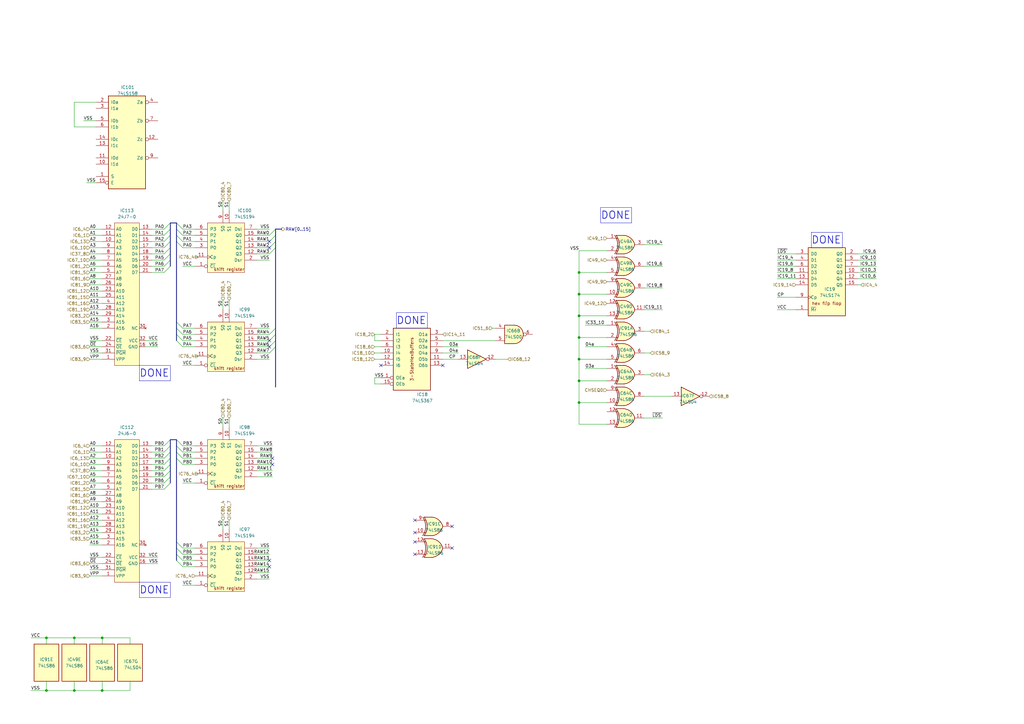
<source format=kicad_sch>
(kicad_sch (version 20231120) (generator "eeschema") (generator_version "8.0")
  (paper "A3")
  (title_block (company "JOTEGO"))
  (lib_symbols
    (symbol "jt74:74LS00" (pin_names (offset 1.016))
      (property "Reference" "U" (at 0 1.27 0))
      (property "Value" "74LS00" (at 0 -1.27 0))
      (symbol "74LS00_1_1"
        (pin input line (at -7.62 2.54 0) (length 3.81) (name "~") (number "1"))
        (pin input line (at -7.62 -2.54 0) (length 3.81) (name "~") (number "2"))
        (pin output inverted (at 7.62 0 180) (length 3.81) (name "~") (number "3"))
      )
      (symbol "74LS00_1_2"
        (pin input inverted (at -7.62 2.54 0) (length 4.318) (name "~") (number "1"))
        (pin input inverted (at -7.62 -2.54 0) (length 4.318) (name "~") (number "2"))
        (pin output line (at 7.62 0 180) (length 3.81) (name "~") (number "3"))
      )
      (symbol "74LS00_2_1"
        (pin input line (at -7.62 2.54 0) (length 3.81) (name "~") (number "4"))
        (pin input line (at -7.62 -2.54 0) (length 3.81) (name "~") (number "5"))
        (pin output inverted (at 7.62 0 180) (length 3.81) (name "~") (number "6"))
      )
      (symbol "74LS00_2_2"
        (pin input inverted (at -7.62 2.54 0) (length 4.318) (name "~") (number "4"))
        (pin input inverted (at -7.62 -2.54 0) (length 4.318) (name "~") (number "5"))
        (pin output line (at 7.62 0 180) (length 3.81) (name "~") (number "6"))
      )
      (symbol "74LS00_3_1"
        (pin input line (at -7.62 -2.54 0) (length 3.81) (name "~") (number "10"))
        (pin output inverted (at 7.62 0 180) (length 3.81) (name "~") (number "8"))
        (pin input line (at -7.62 2.54 0) (length 3.81) (name "~") (number "9"))
      )
      (symbol "74LS00_3_2"
        (pin input inverted (at -7.62 -2.54 0) (length 4.318) (name "~") (number "10"))
        (pin output line (at 7.62 0 180) (length 3.81) (name "~") (number "8"))
        (pin input inverted (at -7.62 2.54 0) (length 4.318) (name "~") (number "9"))
      )
      (symbol "74LS00_4_1"
        (pin output inverted (at 7.62 0 180) (length 3.81) (name "~") (number "11"))
        (pin input line (at -7.62 2.54 0) (length 3.81) (name "~") (number "12"))
        (pin input line (at -7.62 -2.54 0) (length 3.81) (name "~") (number "13"))
      )
      (symbol "74LS00_4_2"
        (pin output line (at 7.62 0 180) (length 3.81) (name "~") (number "11"))
        (pin input inverted (at -7.62 2.54 0) (length 4.318) (name "~") (number "12"))
        (pin input inverted (at -7.62 -2.54 0) (length 4.318) (name "~") (number "13"))
      )
      (symbol "74LS00_5_0"
        (pin power_in line (at 0 7.62 270) (length 5.08) hide (name "VCC") (number "14"))
        (pin power_in line (at 0 -7.62 90) (length 5.08) hide (name "VSS") (number "7"))
      )
    )
    (symbol "jt74:74LS04" (pin_names (offset 1.016))
      (property "Reference" "U" (at 0 1.27 0))
      (property "Value" "74LS04" (at 0 -1.27 0))
      (symbol "74LS04_1_0"
        (pin input line (at -7.62 0 0) (length 3.81) (name "~") (number "1"))
        (pin output inverted (at 7.62 0 180) (length 3.81) (name "~") (number "2"))
      )
      (symbol "74LS04_2_0"
        (pin input line (at -7.62 0 0) (length 3.81) (name "~") (number "3"))
        (pin output inverted (at 7.62 0 180) (length 3.81) (name "~") (number "4"))
      )
      (symbol "74LS04_3_0"
        (pin input line (at -7.62 0 0) (length 3.81) (name "~") (number "5"))
        (pin output inverted (at 7.62 0 180) (length 3.81) (name "~") (number "6"))
      )
      (symbol "74LS04_4_0"
        (pin output inverted (at 7.62 0 180) (length 3.81) (name "~") (number "8"))
        (pin input line (at -7.62 0 0) (length 3.81) (name "~") (number "9"))
      )
      (symbol "74LS04_5_0"
        (pin output inverted (at 7.62 0 180) (length 3.81) (name "~") (number "10"))
        (pin input line (at -7.62 0 0) (length 3.81) (name "~") (number "11"))
      )
      (symbol "74LS04_6_0"
        (pin output inverted (at 7.62 0 180) (length 3.81) (name "~") (number "12"))
        (pin input line (at -7.62 0 0) (length 3.81) (name "~") (number "13"))
      )
      (symbol "74LS04_7_0"
        (pin power_in line (at 0 7.62 270) (length 5.08) hide (name "VCC") (number "14"))
        (pin power_in line (at 0 -7.62 90) (length 5.08) hide (name "VSS") (number "7"))
      )
    )
    (symbol "jt74:74LS158" (pin_names (offset 1.016))
      (property "Reference" "U" (at -7.62 19.05 0))
      (property "Value" "74LS158" (at -7.62 -21.59 0))
      (symbol "74LS158_1_0"
        (pin input line (at -12.7 -15.24 0) (length 5.08) (name "S") (number "1"))
        (pin input line (at -12.7 -10.16 0) (length 5.08) (name "I1d") (number "10"))
        (pin input line (at -12.7 -7.62 0) (length 5.08) (name "I0d") (number "11"))
        (pin output inverted (at 12.7 0 180) (length 5.08) (name "Zc") (number "12"))
        (pin input line (at -12.7 -2.54 0) (length 5.08) (name "I1c") (number "13"))
        (pin input line (at -12.7 0 0) (length 5.08) (name "I0c") (number "14"))
        (pin input inverted (at -12.7 -17.78 0) (length 5.08) (name "E") (number "15"))
        (pin input line (at 0 22.86 270) (length 5.08) hide (name "VCC") (number "16"))
        (pin input line (at -12.7 15.24 0) (length 5.08) (name "I0a") (number "2"))
        (pin input line (at -12.7 12.7 0) (length 5.08) (name "I1a") (number "3"))
        (pin output inverted (at 12.7 15.24 180) (length 5.08) (name "Za") (number "4"))
        (pin input line (at -12.7 7.62 0) (length 5.08) (name "I0b") (number "5"))
        (pin input line (at -12.7 5.08 0) (length 5.08) (name "I1b") (number "6"))
        (pin output inverted (at 12.7 7.62 180) (length 5.08) (name "Zb") (number "7"))
        (pin input line (at 0 -25.4 90) (length 5.08) hide (name "GND") (number "8"))
        (pin output inverted (at 12.7 -7.62 180) (length 5.08) (name "Zd") (number "9"))
      )
    )
    (symbol "jt74:74LS174" (pin_names (offset 1.016))
      (property "Reference" "U" (at 5.08 -12.7 0))
      (property "Value" "74LS174" (at 0 -5.08 0))
      (symbol "74LS174_0_0"
        (text "hex flip flop" (at 0 -10.16 0) (effects (font (size 1.27 1.27))))
      )
      (symbol "74LS174_1_0"
        (pin input line (at -12.7 -12.7 0) (length 5.08) (name "~{Mr}") (number "1"))
        (pin output line (at 12.7 2.54 180) (length 5.08) (name "Q3") (number "10"))
        (pin input line (at -12.7 2.54 0) (length 5.08) (name "D3") (number "11"))
        (pin output line (at 12.7 0 180) (length 5.08) (name "Q4") (number "12"))
        (pin input line (at -12.7 0 0) (length 5.08) (name "D4") (number "13"))
        (pin input line (at -12.7 -2.54 0) (length 5.08) (name "D5") (number "14"))
        (pin output line (at 12.7 -2.54 180) (length 5.08) (name "Q5") (number "15"))
        (pin output line (at 12.7 10.16 180) (length 5.08) (name "Q0") (number "2"))
        (pin input line (at -12.7 10.16 0) (length 5.08) (name "D0") (number "3"))
        (pin input line (at -12.7 7.62 0) (length 5.08) (name "D1") (number "4"))
        (pin output line (at 12.7 7.62 180) (length 5.08) (name "Q1") (number "5"))
        (pin input line (at -12.7 5.08 0) (length 5.08) (name "D2") (number "6"))
        (pin output line (at 12.7 5.08 180) (length 5.08) (name "Q2") (number "7"))
        (pin input clock (at -12.7 -7.62 0) (length 5.08) (name "Cp") (number "9"))
      )
      (symbol "74LS174_1_1"
        (pin power_in line (at 0 12.7 270) (length 5.08) hide (name "VCC") (number "16"))
        (pin power_in line (at 0 -15.24 90) (length 5.08) hide (name "VSS") (number "8"))
      )
    )
    (symbol "jt74:74LS194" (pin_names (offset 1.016))
      (property "Reference" "U" (at 0 -2.54 0))
      (property "Value" "74LS194" (at 0 -13.97 0))
      (symbol "74LS194_0_0"
        (text "shift register" (at 1.27 -11.43 0) (effects (font (size 1.27 1.27))))
      )
      (symbol "74LS194_1_0"
        (pin input inverted (at -12.7 -10.16 0) (length 5.08) (name "~{CL}") (number "1"))
        (pin input line (at 1.27 12.7 270) (length 5.08) (name "S1") (number "10"))
        (pin input clock (at -12.7 -6.35 0) (length 5.08) (name "Cp") (number "11"))
        (pin output line (at 12.7 -5.08 180) (length 5.08) (name "Q3") (number "12"))
        (pin output line (at 12.7 -2.54 180) (length 5.08) (name "Q2") (number "13"))
        (pin output line (at 12.7 0 180) (length 5.08) (name "Q1") (number "14"))
        (pin output line (at 12.7 2.54 180) (length 5.08) (name "Q0") (number "15"))
        (pin input line (at 12.7 -7.62 180) (length 5.08) (name "Dsr") (number "2"))
        (pin input line (at -12.7 -2.54 0) (length 5.08) (name "P0") (number "3"))
        (pin input line (at -12.7 0 0) (length 5.08) (name "P1") (number "4"))
        (pin input line (at -12.7 2.54 0) (length 5.08) (name "P2") (number "5"))
        (pin input line (at -12.7 5.08 0) (length 5.08) (name "P3") (number "6"))
        (pin input line (at 12.7 5.08 180) (length 5.08) (name "Dsl") (number "7"))
        (pin input line (at -1.27 12.7 270) (length 5.08) (name "S0") (number "9"))
      )
    )
    (symbol "jt74:74LS367" (pin_names (offset 1.016))
      (property "Reference" "U" (at -7.62 13.97 0))
      (property "Value" "74LS367" (at -7.62 -13.97 0))
      (symbol "74LS367_0_0"
        (text "3-StateHexBuffers" (at 0 0 900) (effects (font (size 1.27 1.27))))
      )
      (symbol "74LS367_1_0"
        (pin input inverted (at -12.7 -7.62 0) (length 5.08) (name "OEa") (number "1"))
        (pin input line (at -12.7 2.54 0) (length 5.08) (name "I4") (number "10"))
        (pin tri_state line (at 12.7 0 180) (length 5.08) (name "O5b") (number "11"))
        (pin input line (at -12.7 0 0) (length 5.08) (name "I5") (number "12"))
        (pin tri_state line (at 12.7 -2.54 180) (length 5.08) (name "O6b") (number "13"))
        (pin input line (at -12.7 -2.54 0) (length 5.08) (name "I6") (number "14"))
        (pin input inverted (at -12.7 -10.16 0) (length 5.08) (name "OEb") (number "15"))
        (pin input line (at -12.7 10.16 0) (length 5.08) (name "I1") (number "2"))
        (pin tri_state line (at 12.7 10.16 180) (length 5.08) (name "O1a") (number "3"))
        (pin input line (at -12.7 7.62 0) (length 5.08) (name "I2") (number "4"))
        (pin tri_state line (at 12.7 7.62 180) (length 5.08) (name "O2a") (number "5"))
        (pin input line (at -12.7 5.08 0) (length 5.08) (name "I3") (number "6"))
        (pin tri_state line (at 12.7 5.08 180) (length 5.08) (name "O3a") (number "7"))
        (pin tri_state line (at 12.7 2.54 180) (length 5.08) (name "O4a") (number "9"))
      )
      (symbol "74LS367_1_1"
        (pin power_in line (at 0 12.7 270) (length 2.54) hide (name "VCC") (number "16"))
        (pin power_in line (at 0 -12.7 90) (length 2.54) hide (name "VSS") (number "8"))
      )
    )
    (symbol "jt74:74LS86" (pin_names (offset 1.016))
      (property "Reference" "U" (at 0 1.27 0))
      (property "Value" "74LS86" (at 0 -1.27 0))
      (symbol "74LS86_1_0"
        (pin input line (at -7.62 2.54 0) (length 4.445) (name "~") (number "1"))
        (pin input line (at -7.62 -2.54 0) (length 4.445) (name "~") (number "2"))
        (pin output line (at 7.62 0 180) (length 3.81) (name "~") (number "3"))
      )
      (symbol "74LS86_2_0"
        (pin input line (at -7.62 2.54 0) (length 4.445) (name "~") (number "4"))
        (pin input line (at -7.62 -2.54 0) (length 4.445) (name "~") (number "5"))
        (pin output line (at 7.62 0 180) (length 3.81) (name "~") (number "6"))
      )
      (symbol "74LS86_3_0"
        (pin input line (at -7.62 -2.54 0) (length 4.445) (name "~") (number "10"))
        (pin output line (at 7.62 0 180) (length 3.81) (name "~") (number "8"))
        (pin input line (at -7.62 2.54 0) (length 4.445) (name "~") (number "9"))
      )
      (symbol "74LS86_4_0"
        (pin output line (at 7.62 0 180) (length 3.81) (name "~") (number "11"))
        (pin input line (at -7.62 2.54 0) (length 4.445) (name "~") (number "12"))
        (pin input line (at -7.62 -2.54 0) (length 4.445) (name "~") (number "13"))
      )
      (symbol "74LS86_5_0"
        (pin power_in line (at 0 7.62 270) (length 5.08) hide (name "VCC") (number "14"))
        (pin power_in line (at 0 -7.62 90) (length 5.08) hide (name "VSS") (number "7"))
      )
    )
    (symbol "jt_rom:27C1000"
      (property "Reference" "U" (at 0 33.02 0))
      (property "Value" "27C1000" (at 0 30.48 0))
      (symbol "27C1000_1_0"
        (pin no_connect line (at 7.62 -13.97 180) (length 2.54) (name "NC") (number "30"))
      )
      (symbol "27C1000_1_1"
        (pin input line (at -10.16 -26.67 0) (length 5.08) (name "VPP") (number "1"))
        (pin input line (at -10.16 21.59 0) (length 5.08) (name "A2") (number "10"))
        (pin input line (at -10.16 24.13 0) (length 5.08) (name "A1") (number "11"))
        (pin input line (at -10.16 26.67 0) (length 5.08) (name "A0") (number "12"))
        (pin tri_state line (at 10.16 26.67 180) (length 5.08) (name "D0") (number "13"))
        (pin tri_state line (at 10.16 24.13 180) (length 5.08) (name "D1") (number "14"))
        (pin tri_state line (at 10.16 21.59 180) (length 5.08) (name "D2") (number "15"))
        (pin power_in line (at 7.62 -21.59 180) (length 2.54) (name "GND") (number "16"))
        (pin tri_state line (at 10.16 19.05 180) (length 5.08) (name "D3") (number "17"))
        (pin tri_state line (at 10.16 16.51 180) (length 5.08) (name "D4") (number "18"))
        (pin tri_state line (at 10.16 13.97 180) (length 5.08) (name "D5") (number "19"))
        (pin input line (at -10.16 -13.97 0) (length 5.08) (name "A16") (number "2"))
        (pin tri_state line (at 10.16 11.43 180) (length 5.08) (name "D6") (number "20"))
        (pin tri_state line (at 10.16 8.89 180) (length 5.08) (name "D7") (number "21"))
        (pin input line (at -10.16 -19.05 0) (length 5.08) (name "~{CE}") (number "22"))
        (pin input line (at -10.16 1.27 0) (length 5.08) (name "A10") (number "23"))
        (pin input line (at -10.16 -21.59 0) (length 5.08) (name "~{OE}") (number "24"))
        (pin input line (at -10.16 -1.27 0) (length 5.08) (name "A11") (number "25"))
        (pin input line (at -10.16 3.81 0) (length 5.08) (name "A9") (number "26"))
        (pin input line (at -10.16 6.35 0) (length 5.08) (name "A8") (number "27"))
        (pin input line (at -10.16 -6.35 0) (length 5.08) (name "A13") (number "28"))
        (pin input line (at -10.16 -8.89 0) (length 5.08) (name "A14") (number "29"))
        (pin input line (at -10.16 -11.43 0) (length 5.08) (name "A15") (number "3"))
        (pin input line (at -10.16 -24.13 0) (length 5.08) (name "~{PGM}") (number "31"))
        (pin power_in line (at 7.62 -19.05 180) (length 2.54) (name "VCC") (number "32"))
        (pin input line (at -10.16 -3.81 0) (length 5.08) (name "A12") (number "4"))
        (pin input line (at -10.16 8.89 0) (length 5.08) (name "A7") (number "5"))
        (pin input line (at -10.16 11.43 0) (length 5.08) (name "A6") (number "6"))
        (pin input line (at -10.16 13.97 0) (length 5.08) (name "A5") (number "7"))
        (pin input line (at -10.16 16.51 0) (length 5.08) (name "A4") (number "8"))
        (pin input line (at -10.16 19.05 0) (length 5.08) (name "A3") (number "9"))
      )
    )
  )
  (junction (at 30.48 261.62))
  (junction (at 19.05 261.62))
  (junction (at 237.49 147.32))
  (junction (at 237.49 129.54))
  (junction (at 41.91 283.21))
  (junction (at 237.49 165.1))
  (junction (at 19.05 283.21))
  (junction (at 237.49 111.76))
  (junction (at 41.91 261.62))
  (junction (at 237.49 156.21))
  (junction (at 237.49 138.43))
  (junction (at 237.49 120.65))
  (junction (at 30.48 283.21))
  (no_connect (at 110.49 232.41))
  (no_connect (at 110.49 229.87))
  (no_connect (at 110.49 139.7))
  (no_connect (at 111.76 190.5))
  (no_connect (at 170.18 227.33))
  (no_connect (at 185.42 215.9))
  (no_connect (at 110.49 142.24))
  (no_connect (at 181.61 149.86))
  (no_connect (at 170.18 213.36))
  (no_connect (at 185.42 224.79))
  (no_connect (at 156.21 149.86))
  (no_connect (at 110.49 99.06))
  (no_connect (at 110.49 101.6))
  (no_connect (at 111.76 187.96))
  (no_connect (at 170.18 218.44))
  (no_connect (at 170.18 222.25))
  (bus_entry (at 67.31 109.22) (size 2.54 -2.54))
  (bus_entry (at 67.31 93.98) (size 2.54 -2.54))
  (bus_entry (at 72.39 187.96) (size 2.54 2.54))
  (bus_entry (at 110.49 142.24) (size 2.54 -2.54))
  (bus_entry (at 67.31 182.88) (size 2.54 -2.54))
  (bus_entry (at 72.39 137.16) (size 2.54 2.54))
  (bus_entry (at 110.49 101.6) (size 2.54 -2.54))
  (bus_entry (at 110.49 96.52) (size 2.54 -2.54))
  (bus_entry (at 67.31 198.12) (size 2.54 -2.54))
  (bus_entry (at 72.39 222.25) (size 2.54 2.54))
  (bus_entry (at 72.39 182.88) (size 2.54 2.54))
  (bus_entry (at 72.39 224.79) (size 2.54 2.54))
  (bus_entry (at 72.39 91.44) (size 2.54 2.54))
  (bus_entry (at 110.49 137.16) (size 2.54 -2.54))
  (bus_entry (at 72.39 132.08) (size 2.54 2.54))
  (bus_entry (at 67.31 187.96) (size 2.54 -2.54))
  (bus_entry (at 67.31 193.04) (size 2.54 -2.54))
  (bus_entry (at 110.49 99.06) (size 2.54 -2.54))
  (bus_entry (at 67.31 200.66) (size 2.54 -2.54))
  (bus_entry (at 72.39 134.62) (size 2.54 2.54))
  (bus_entry (at 72.39 185.42) (size 2.54 2.54))
  (bus_entry (at 67.31 101.6) (size 2.54 -2.54))
  (bus_entry (at 110.49 104.14) (size 2.54 -2.54))
  (bus_entry (at 67.31 99.06) (size 2.54 -2.54))
  (bus_entry (at 72.39 229.87) (size 2.54 2.54))
  (bus_entry (at 72.39 93.98) (size 2.54 2.54))
  (bus_entry (at 67.31 185.42) (size 2.54 -2.54))
  (bus_entry (at 72.39 180.34) (size 2.54 2.54))
  (bus_entry (at 110.49 144.78) (size 2.54 -2.54))
  (bus_entry (at 110.49 139.7) (size 2.54 -2.54))
  (bus_entry (at 72.39 139.7) (size 2.54 2.54))
  (bus_entry (at 67.31 104.14) (size 2.54 -2.54))
  (bus_entry (at 67.31 106.68) (size 2.54 -2.54))
  (bus_entry (at 67.31 111.76) (size 2.54 -2.54))
  (bus_entry (at 72.39 96.52) (size 2.54 2.54))
  (bus_entry (at 67.31 195.58) (size 2.54 -2.54))
  (bus_entry (at 67.31 190.5) (size 2.54 -2.54))
  (bus_entry (at 72.39 99.06) (size 2.54 2.54))
  (bus_entry (at 72.39 227.33) (size 2.54 2.54))
  (bus_entry (at 67.31 96.52) (size 2.54 -2.54))
  (wire (pts (xy 41.91 264.16) (xy 41.91 261.62)))
  (bus (pts (xy 69.85 182.88) (xy 69.85 185.42)))
  (wire (pts (xy 67.31 96.52) (xy 62.23 96.52)))
  (wire (pts (xy 359.41 114.3) (xy 351.79 114.3)))
  (wire (pts (xy 318.77 114.3) (xy 326.39 114.3)))
  (wire (pts (xy 36.83 119.38) (xy 41.91 119.38)))
  (wire (pts (xy 237.49 102.87) (xy 248.92 102.87)))
  (wire (pts (xy 248.92 165.1) (xy 237.49 165.1)))
  (wire (pts (xy 53.34 261.62) (xy 41.91 261.62)))
  (wire (pts (xy 36.83 231.14) (xy 41.91 231.14)))
  (bus (pts (xy 69.85 101.6) (xy 69.85 104.14)))
  (wire (pts (xy 318.77 111.76) (xy 326.39 111.76)))
  (wire (pts (xy 237.49 120.65) (xy 237.49 129.54)))
  (wire (pts (xy 81.28 194.31) (xy 80.01 194.31)))
  (wire (pts (xy 67.31 195.58) (xy 62.23 195.58)))
  (wire (pts (xy 74.93 137.16) (xy 80.01 137.16)))
  (wire (pts (xy 74.93 142.24) (xy 80.01 142.24)))
  (wire (pts (xy 110.49 104.14) (xy 105.41 104.14)))
  (bus (pts (xy 69.85 99.06) (xy 69.85 101.6)))
  (wire (pts (xy 74.93 229.87) (xy 80.01 229.87)))
  (wire (pts (xy 237.49 111.76) (xy 237.49 120.65)))
  (wire (pts (xy 36.83 111.76) (xy 41.91 111.76)))
  (wire (pts (xy 19.05 264.16) (xy 19.05 261.62)))
  (bus (pts (xy 72.39 134.62) (xy 72.39 132.08)))
  (wire (pts (xy 105.41 190.5) (xy 111.76 190.5)))
  (wire (pts (xy 74.93 185.42) (xy 80.01 185.42)))
  (bus (pts (xy 69.85 180.34) (xy 69.85 182.88)))
  (wire (pts (xy 36.83 215.9) (xy 41.91 215.9)))
  (wire (pts (xy 93.98 213.36) (xy 93.98 217.17)))
  (wire (pts (xy 110.49 234.95) (xy 105.41 234.95)))
  (wire (pts (xy 67.31 200.66) (xy 62.23 200.66)))
  (wire (pts (xy 359.41 106.68) (xy 351.79 106.68)))
  (wire (pts (xy 36.83 182.88) (xy 41.91 182.88)))
  (wire (pts (xy 110.49 224.79) (xy 105.41 224.79)))
  (wire (pts (xy 36.83 203.2) (xy 41.91 203.2)))
  (wire (pts (xy 318.77 109.22) (xy 326.39 109.22)))
  (bus (pts (xy 113.03 101.6) (xy 113.03 99.06)))
  (wire (pts (xy 248.92 173.99) (xy 237.49 173.99)))
  (wire (pts (xy 36.83 213.36) (xy 41.91 213.36)))
  (wire (pts (xy 74.93 240.03) (xy 80.01 240.03)))
  (wire (pts (xy 36.83 185.42) (xy 41.91 185.42)))
  (wire (pts (xy 74.93 227.33) (xy 80.01 227.33)))
  (wire (pts (xy 237.49 165.1) (xy 237.49 156.21)))
  (wire (pts (xy 36.83 233.68) (xy 41.91 233.68)))
  (wire (pts (xy 36.83 109.22) (xy 41.91 109.22)))
  (wire (pts (xy 81.28 105.41) (xy 80.01 105.41)))
  (wire (pts (xy 93.98 82.55) (xy 93.98 86.36)))
  (wire (pts (xy 30.48 264.16) (xy 30.48 261.62)))
  (wire (pts (xy 110.49 227.33) (xy 105.41 227.33)))
  (wire (pts (xy 318.77 121.92) (xy 326.39 121.92)))
  (wire (pts (xy 271.78 118.11) (xy 264.16 118.11)))
  (wire (pts (xy 248.92 147.32) (xy 237.49 147.32)))
  (wire (pts (xy 36.83 144.78) (xy 41.91 144.78)))
  (wire (pts (xy 30.48 52.07) (xy 39.37 52.07)))
  (wire (pts (xy 91.44 171.45) (xy 91.44 175.26)))
  (wire (pts (xy 248.92 129.54) (xy 237.49 129.54)))
  (bus (pts (xy 72.39 182.88) (xy 72.39 180.34)))
  (wire (pts (xy 36.83 193.04) (xy 41.91 193.04)))
  (wire (pts (xy 105.41 185.42) (xy 111.76 185.42)))
  (wire (pts (xy 91.44 82.55) (xy 91.44 86.36)))
  (wire (pts (xy 36.83 190.5) (xy 41.91 190.5)))
  (bus (pts (xy 72.39 187.96) (xy 72.39 222.25)))
  (wire (pts (xy 110.49 139.7) (xy 105.41 139.7)))
  (bus (pts (xy 72.39 99.06) (xy 72.39 96.52)))
  (bus (pts (xy 113.03 99.06) (xy 113.03 96.52)))
  (wire (pts (xy 30.48 283.21) (xy 19.05 283.21)))
  (wire (pts (xy 266.7 153.67) (xy 264.16 153.67)))
  (wire (pts (xy 264.16 171.45) (xy 271.78 171.45)))
  (wire (pts (xy 153.67 137.16) (xy 156.21 137.16)))
  (wire (pts (xy 53.34 283.21) (xy 41.91 283.21)))
  (bus (pts (xy 72.39 132.08) (xy 72.39 99.06)))
  (wire (pts (xy 110.49 142.24) (xy 105.41 142.24)))
  (wire (pts (xy 153.67 157.48) (xy 153.67 154.94)))
  (wire (pts (xy 36.83 200.66) (xy 41.91 200.66)))
  (wire (pts (xy 74.93 134.62) (xy 80.01 134.62)))
  (bus (pts (xy 69.85 93.98) (xy 69.85 96.52)))
  (wire (pts (xy 110.49 144.78) (xy 105.41 144.78)))
  (bus (pts (xy 72.39 137.16) (xy 72.39 134.62)))
  (wire (pts (xy 359.41 111.76) (xy 351.79 111.76)))
  (wire (pts (xy 30.48 283.21) (xy 41.91 283.21)))
  (wire (pts (xy 110.49 99.06) (xy 105.41 99.06)))
  (wire (pts (xy 93.98 171.45) (xy 93.98 175.26)))
  (bus (pts (xy 72.39 180.34) (xy 69.85 180.34)))
  (wire (pts (xy 74.93 182.88) (xy 80.01 182.88)))
  (wire (pts (xy 74.93 101.6) (xy 80.01 101.6)))
  (bus (pts (xy 72.39 139.7) (xy 72.39 137.16)))
  (wire (pts (xy 36.83 210.82) (xy 41.91 210.82)))
  (wire (pts (xy 110.49 101.6) (xy 105.41 101.6)))
  (wire (pts (xy 74.93 93.98) (xy 80.01 93.98)))
  (wire (pts (xy 19.05 279.4) (xy 19.05 283.21)))
  (wire (pts (xy 36.83 124.46) (xy 41.91 124.46)))
  (wire (pts (xy 36.83 127) (xy 41.91 127)))
  (wire (pts (xy 187.96 142.24) (xy 181.61 142.24)))
  (bus (pts (xy 113.03 93.98) (xy 115.57 93.98)))
  (wire (pts (xy 36.83 139.7) (xy 41.91 139.7)))
  (wire (pts (xy 318.77 127) (xy 326.39 127)))
  (wire (pts (xy 74.93 109.22) (xy 80.01 109.22)))
  (wire (pts (xy 30.48 279.4) (xy 30.48 283.21)))
  (wire (pts (xy 110.49 96.52) (xy 105.41 96.52)))
  (bus (pts (xy 113.03 134.62) (xy 113.03 101.6)))
  (wire (pts (xy 237.49 102.87) (xy 237.49 111.76)))
  (wire (pts (xy 110.49 134.62) (xy 105.41 134.62)))
  (wire (pts (xy 36.83 101.6) (xy 41.91 101.6)))
  (bus (pts (xy 69.85 195.58) (xy 69.85 198.12)))
  (wire (pts (xy 64.77 139.7) (xy 59.69 139.7)))
  (wire (pts (xy 36.83 147.32) (xy 41.91 147.32)))
  (bus (pts (xy 69.85 106.68) (xy 69.85 109.22)))
  (wire (pts (xy 271.78 127) (xy 264.16 127)))
  (wire (pts (xy 67.31 182.88) (xy 62.23 182.88)))
  (wire (pts (xy 187.96 144.78) (xy 181.61 144.78)))
  (bus (pts (xy 113.03 139.7) (xy 113.03 137.16)))
  (wire (pts (xy 36.83 96.52) (xy 41.91 96.52)))
  (bus (pts (xy 113.03 96.52) (xy 113.03 93.98)))
  (bus (pts (xy 72.39 93.98) (xy 72.39 91.44)))
  (bus (pts (xy 72.39 185.42) (xy 72.39 182.88)))
  (wire (pts (xy 153.67 144.78) (xy 156.21 144.78)))
  (wire (pts (xy 353.06 116.84) (xy 351.79 116.84)))
  (wire (pts (xy 67.31 99.06) (xy 62.23 99.06)))
  (wire (pts (xy 318.77 106.68) (xy 326.39 106.68)))
  (wire (pts (xy 36.83 223.52) (xy 41.91 223.52)))
  (wire (pts (xy 81.28 146.05) (xy 80.01 146.05)))
  (wire (pts (xy 36.83 104.14) (xy 41.91 104.14)))
  (wire (pts (xy 237.49 120.65) (xy 248.92 120.65)))
  (wire (pts (xy 153.67 142.24) (xy 156.21 142.24)))
  (wire (pts (xy 74.93 139.7) (xy 80.01 139.7)))
  (bus (pts (xy 113.03 142.24) (xy 113.03 158.75)))
  (wire (pts (xy 36.83 121.92) (xy 41.91 121.92)))
  (wire (pts (xy 237.49 156.21) (xy 237.49 147.32)))
  (wire (pts (xy 67.31 101.6) (xy 62.23 101.6)))
  (wire (pts (xy 36.83 132.08) (xy 41.91 132.08)))
  (wire (pts (xy 74.93 198.12) (xy 80.01 198.12)))
  (wire (pts (xy 110.49 106.68) (xy 105.41 106.68)))
  (bus (pts (xy 69.85 104.14) (xy 69.85 106.68)))
  (wire (pts (xy 36.83 208.28) (xy 41.91 208.28)))
  (wire (pts (xy 67.31 190.5) (xy 62.23 190.5)))
  (bus (pts (xy 72.39 229.87) (xy 72.39 227.33)))
  (wire (pts (xy 110.49 137.16) (xy 105.41 137.16)))
  (wire (pts (xy 359.41 104.14) (xy 351.79 104.14)))
  (wire (pts (xy 105.41 193.04) (xy 111.76 193.04)))
  (wire (pts (xy 74.93 190.5) (xy 80.01 190.5)))
  (wire (pts (xy 237.49 147.32) (xy 237.49 138.43)))
  (bus (pts (xy 113.03 142.24) (xy 113.03 139.7)))
  (wire (pts (xy 36.83 187.96) (xy 41.91 187.96)))
  (wire (pts (xy 237.49 129.54) (xy 237.49 138.43)))
  (bus (pts (xy 69.85 193.04) (xy 69.85 195.58)))
  (wire (pts (xy 271.78 100.33) (xy 264.16 100.33)))
  (wire (pts (xy 36.83 106.68) (xy 41.91 106.68)))
  (wire (pts (xy 36.83 220.98) (xy 41.91 220.98)))
  (bus (pts (xy 72.39 227.33) (xy 72.39 224.79)))
  (wire (pts (xy 64.77 142.24) (xy 59.69 142.24)))
  (wire (pts (xy 36.83 134.62) (xy 41.91 134.62)))
  (wire (pts (xy 240.03 151.13) (xy 248.92 151.13)))
  (wire (pts (xy 266.7 144.78) (xy 264.16 144.78)))
  (wire (pts (xy 67.31 109.22) (xy 62.23 109.22)))
  (wire (pts (xy 74.93 96.52) (xy 80.01 96.52)))
  (wire (pts (xy 91.44 213.36) (xy 91.44 217.17)))
  (wire (pts (xy 53.34 279.4) (xy 53.34 283.21)))
  (wire (pts (xy 326.39 104.14) (xy 318.77 104.14)))
  (wire (pts (xy 41.91 279.4) (xy 41.91 283.21)))
  (wire (pts (xy 110.49 232.41) (xy 105.41 232.41)))
  (wire (pts (xy 153.67 154.94) (xy 156.21 154.94)))
  (wire (pts (xy 181.61 147.32) (xy 187.96 147.32)))
  (wire (pts (xy 240.03 142.24) (xy 248.92 142.24)))
  (wire (pts (xy 67.31 93.98) (xy 62.23 93.98)))
  (wire (pts (xy 156.21 139.7) (xy 153.67 139.7)))
  (wire (pts (xy 74.93 232.41) (xy 80.01 232.41)))
  (wire (pts (xy 67.31 104.14) (xy 62.23 104.14)))
  (wire (pts (xy 39.37 41.91) (xy 30.48 41.91)))
  (wire (pts (xy 67.31 187.96) (xy 62.23 187.96)))
  (wire (pts (xy 153.67 147.32) (xy 156.21 147.32)))
  (wire (pts (xy 64.77 231.14) (xy 59.69 231.14)))
  (wire (pts (xy 105.41 182.88) (xy 111.76 182.88)))
  (wire (pts (xy 156.21 157.48) (xy 153.67 157.48)))
  (wire (pts (xy 36.83 99.06) (xy 41.91 99.06)))
  (wire (pts (xy 266.7 135.89) (xy 264.16 135.89)))
  (wire (pts (xy 91.44 123.19) (xy 91.44 127)))
  (wire (pts (xy 110.49 229.87) (xy 105.41 229.87)))
  (wire (pts (xy 30.48 41.91) (xy 30.48 52.07)))
  (wire (pts (xy 67.31 106.68) (xy 62.23 106.68)))
  (wire (pts (xy 359.41 109.22) (xy 351.79 109.22)))
  (wire (pts (xy 67.31 111.76) (xy 62.23 111.76)))
  (wire (pts (xy 36.83 205.74) (xy 41.91 205.74)))
  (wire (pts (xy 153.67 139.7) (xy 153.67 137.16)))
  (wire (pts (xy 36.83 142.24) (xy 41.91 142.24)))
  (wire (pts (xy 74.93 149.86) (xy 80.01 149.86)))
  (wire (pts (xy 110.49 237.49) (xy 105.41 237.49)))
  (wire (pts (xy 74.93 99.06) (xy 80.01 99.06)))
  (wire (pts (xy 19.05 261.62) (xy 30.48 261.62)))
  (wire (pts (xy 201.93 134.62) (xy 203.2 134.62)))
  (wire (pts (xy 105.41 187.96) (xy 111.76 187.96)))
  (bus (pts (xy 69.85 190.5) (xy 69.85 193.04)))
  (wire (pts (xy 208.28 147.32) (xy 203.2 147.32)))
  (wire (pts (xy 93.98 123.19) (xy 93.98 127)))
  (wire (pts (xy 36.83 116.84) (xy 41.91 116.84)))
  (wire (pts (xy 36.83 198.12) (xy 41.91 198.12)))
  (wire (pts (xy 34.29 49.53) (xy 39.37 49.53)))
  (bus (pts (xy 69.85 96.52) (xy 69.85 99.06)))
  (wire (pts (xy 36.83 195.58) (xy 41.91 195.58)))
  (wire (pts (xy 105.41 195.58) (xy 111.76 195.58)))
  (wire (pts (xy 271.78 109.22) (xy 264.16 109.22)))
  (wire (pts (xy 36.83 218.44) (xy 41.91 218.44)))
  (wire (pts (xy 240.03 133.35) (xy 248.92 133.35)))
  (wire (pts (xy 110.49 93.98) (xy 105.41 93.98)))
  (wire (pts (xy 67.31 193.04) (xy 62.23 193.04)))
  (wire (pts (xy 12.7 283.21) (xy 19.05 283.21)))
  (wire (pts (xy 67.31 185.42) (xy 62.23 185.42)))
  (wire (pts (xy 30.48 261.62) (xy 41.91 261.62)))
  (wire (pts (xy 237.49 111.76) (xy 248.92 111.76)))
  (wire (pts (xy 237.49 138.43) (xy 248.92 138.43)))
  (bus (pts (xy 69.85 185.42) (xy 69.85 187.96)))
  (bus (pts (xy 69.85 187.96) (xy 69.85 190.5)))
  (bus (pts (xy 72.39 91.44) (xy 69.85 91.44)))
  (wire (pts (xy 36.83 129.54) (xy 41.91 129.54)))
  (wire (pts (xy 36.83 93.98) (xy 41.91 93.98)))
  (bus (pts (xy 113.03 137.16) (xy 113.03 134.62)))
  (bus (pts (xy 72.39 187.96) (xy 72.39 185.42)))
  (wire (pts (xy 74.93 224.79) (xy 80.01 224.79)))
  (wire (pts (xy 248.92 156.21) (xy 237.49 156.21)))
  (wire (pts (xy 35.56 74.93) (xy 39.37 74.93)))
  (wire (pts (xy 53.34 264.16) (xy 53.34 261.62)))
  (wire (pts (xy 12.7 261.62) (xy 19.05 261.62)))
  (bus (pts (xy 72.39 224.79) (xy 72.39 222.25)))
  (wire (pts (xy 237.49 173.99) (xy 237.49 165.1)))
  (wire (pts (xy 64.77 228.6) (xy 59.69 228.6)))
  (bus (pts (xy 69.85 91.44) (xy 69.85 93.98)))
  (wire (pts (xy 36.83 228.6) (xy 41.91 228.6)))
  (wire (pts (xy 36.83 236.22) (xy 41.91 236.22)))
  (wire (pts (xy 275.59 162.56) (xy 264.16 162.56)))
  (wire (pts (xy 74.93 187.96) (xy 80.01 187.96)))
  (bus (pts (xy 72.39 96.52) (xy 72.39 93.98)))
  (wire (pts (xy 67.31 198.12) (xy 62.23 198.12)))
  (wire (pts (xy 36.83 114.3) (xy 41.91 114.3)))
  (wire (pts (xy 181.61 139.7) (xy 203.2 139.7)))
  (wire (pts (xy 110.49 147.32) (xy 105.41 147.32)))
  (rectangle (start 57.15 149.86) (end 69.85 156.21) (fill (type color) (color 255 255 255 1)))
  (rectangle (start 332.74 95.25) (end 345.44 101.6) (fill (type color) (color 255 255 255 1)))
  (rectangle (start 57.15 238.76) (end 69.85 245.11) (fill (type color) (color 255 255 255 1)))
  (rectangle (start 162.56 128.27) (end 175.26 134.62) (fill (type color) (color 255 255 255 1)))
  (rectangle (start 246.38 85.09) (end 259.08 91.44) (fill (type color) (color 255 255 255 1)))
  (text "DONE" (at 57.15 154.94 0) (effects (font (size 3 3) (thickness 0.254) (bold yes)) (justify left bottom)))
  (text "DONE" (at 246.38 90.17 0) (effects (font (size 3 3) (thickness 0.254) (bold yes)) (justify left bottom)))
  (text "DONE" (at 332.74 100.33 0) (effects (font (size 3 3) (thickness 0.254) (bold yes)) (justify left bottom)))
  (text "DONE" (at 162.56 133.35 0) (effects (font (size 3 3) (thickness 0.254) (bold yes)) (justify left bottom)))
  (text "DONE" (at 57.15 243.84 0) (effects (font (size 3 3) (thickness 0.254) (bold yes)) (justify left bottom)))
  (label "VSS" (at 110.49 93.98 180))
  (label "S0" (at 91.44 213.36 270))
  (label "VSS" (at 35.56 74.93 0))
  (label "RAW15" (at 110.49 234.95 180))
  (label "A10" (at 36.83 208.28 0))
  (label "A3" (at 36.83 101.6 0))
  (label "VCC" (at 74.93 109.22 0))
  (label "A8" (at 36.83 114.3 0))
  (label "IC10_3" (at 359.41 111.76 180))
  (label "S1" (at 93.98 82.55 270))
  (label "VCC" (at 74.93 240.03 0))
  (label "A16" (at 36.83 223.52 0))
  (label "PA7" (at 74.93 134.62 0))
  (label "RAW4" (at 110.49 137.16 180))
  (label "A2" (at 36.83 99.06 0))
  (label "VPP" (at 36.83 236.22 0))
  (label "PB3" (at 67.31 190.5 180))
  (label "S0" (at 91.44 171.45 270))
  (label "VSS" (at 64.77 142.24 180))
  (label "PB3" (at 74.93 182.88 0))
  (label "RAW6" (at 110.49 142.24 180))
  (label "S1" (at 93.98 213.36 270))
  (label "A11" (at 36.83 210.82 0))
  (label "RAW2" (at 110.49 101.6 180))
  (label "PA5" (at 67.31 106.68 180))
  (label "IC19_6" (at 318.77 109.22 0))
  (label "A6" (at 36.83 198.12 0))
  (label "IC9_10" (at 359.41 106.68 180))
  (label "A7" (at 36.83 111.76 0))
  (label "VSS" (at 237.49 102.87 180))
  (label "PA7" (at 67.31 111.76 180))
  (label "A7" (at 36.83 200.66 0))
  (label "PA0" (at 74.93 101.6 0))
  (label "VCC" (at 318.77 127 0))
  (label "IC9_6" (at 359.41 104.14 180))
  (label "IC33_10" (at 240.03 133.35 0))
  (label "RAW0" (at 110.49 96.52 180))
  (label "IC19_4" (at 318.77 106.68 0))
  (label "A8" (at 36.83 203.2 0))
  (label "VSS" (at 110.49 106.68 180))
  (label "IC19_4" (at 271.78 100.33 180))
  (label "A14" (at 36.83 129.54 0))
  (label "04a" (at 187.96 144.78 180))
  (label "VSS" (at 36.83 228.6 0))
  (label "PA6" (at 74.93 137.16 0))
  (label "VSS" (at 110.49 237.49 180))
  (label "VSS" (at 110.49 147.32 180))
  (label "A4" (at 36.83 104.14 0))
  (label "VSS" (at 36.83 139.7 0))
  (label "A6" (at 36.83 109.22 0))
  (label "VCC" (at 12.7 261.62 0))
  (label "A5" (at 36.83 195.58 0))
  (label "PB0" (at 74.93 190.5 0))
  (label "IC9_13" (at 359.41 109.22 180))
  (label "IC10_6" (at 359.41 114.3 180))
  (label "03a" (at 240.03 151.13 0))
  (label "04a" (at 240.03 142.24 0))
  (label "VCC" (at 74.93 149.86 0))
  (label "PB1" (at 74.93 187.96 0))
  (label "PA6" (at 67.31 109.22 180))
  (label "RAW8" (at 111.76 185.42 180))
  (label "A9" (at 36.83 205.74 0))
  (label "VSS" (at 12.7 283.21 0))
  (label "PB7" (at 74.93 224.79 0))
  (label "A13" (at 36.83 215.9 0))
  (label "A9" (at 36.83 116.84 0))
  (label "PB2" (at 74.93 185.42 0))
  (label "VSS" (at 153.67 154.94 0))
  (label "A2" (at 36.83 187.96 0))
  (label "IC19_11" (at 271.78 127 180))
  (label "PB0" (at 67.31 182.88 180))
  (label "VPP" (at 36.83 147.32 0))
  (label "A5" (at 36.83 106.68 0))
  (label "PB5" (at 74.93 229.87 0))
  (label "PB1" (at 67.31 185.42 180))
  (label "PA2" (at 67.31 99.06 180))
  (label "A0" (at 36.83 182.88 0))
  (label "A12" (at 36.83 213.36 0))
  (label "PA1" (at 74.93 99.06 0))
  (label "A11" (at 36.83 121.92 0))
  (label "S1" (at 93.98 123.19 270))
  (label "VCC" (at 64.77 139.7 180))
  (label "A1" (at 36.83 185.42 0))
  (label "A4" (at 36.83 193.04 0))
  (label "PB6" (at 67.31 198.12 180))
  (label "VCC" (at 74.93 198.12 0))
  (label "VSS" (at 36.83 144.78 0))
  (label "PB6" (at 74.93 227.33 0))
  (label "S1" (at 93.98 171.45 270))
  (label "PA3" (at 74.93 93.98 0))
  (label "PA1" (at 67.31 96.52 180))
  (label "PA2" (at 74.93 96.52 0))
  (label "VSS" (at 110.49 134.62 180))
  (label "PA4" (at 67.31 104.14 180))
  (label "PA5" (at 74.93 139.7 0))
  (label "VCC" (at 64.77 228.6 180))
  (label "IC19_6" (at 271.78 109.22 180))
  (label "RAW10" (at 111.76 190.5 180))
  (label "RAW11" (at 111.76 193.04 180))
  (label "A15" (at 36.83 220.98 0))
  (label "A13" (at 36.83 127 0))
  (label "~{LDS'}" (at 318.77 104.14 0))
  (label "RAW1" (at 110.49 99.06 180))
  (label "PB4" (at 67.31 193.04 180))
  (label "IC19_8" (at 318.77 111.76 0))
  (label "PB2" (at 67.31 187.96 180))
  (label "~{OE}" (at 36.83 231.14 0))
  (label "A1" (at 36.83 96.52 0))
  (label "RAW7" (at 110.49 144.78 180))
  (label "S0" (at 91.44 123.19 270))
  (label "PA4" (at 74.93 142.24 0))
  (label "VSS" (at 111.76 182.88 180))
  (label "RAW9" (at 111.76 187.96 180))
  (label "A12" (at 36.83 124.46 0))
  (label "VSS" (at 110.49 224.79 180))
  (label "RAW12" (at 110.49 227.33 180))
  (label "VSS" (at 36.83 233.68 0))
  (label "A15" (at 36.83 132.08 0))
  (label "A16" (at 36.83 134.62 0))
  (label "A3" (at 36.83 190.5 0))
  (label "IC19_8" (at 271.78 118.11 180))
  (label "A14" (at 36.83 218.44 0))
  (label "03a" (at 187.96 142.24 180))
  (label "VSS" (at 64.77 231.14 180))
  (label "PB5" (at 67.31 195.58 180))
  (label "VSS" (at 34.29 49.53 0))
  (label "PB4" (at 74.93 232.41 0))
  (label "PB7" (at 67.31 200.66 180))
  (label "IC19_11" (at 318.77 114.3 0))
  (label "RAW13" (at 110.49 229.87 180))
  (label "RAW14" (at 110.49 232.41 180))
  (label "~{OE}" (at 36.83 142.24 0))
  (label "PA0" (at 67.31 93.98 180))
  (label "RAW3" (at 110.49 104.14 180))
  (label "S0" (at 91.44 82.55 270))
  (label "~{LDS'}" (at 271.78 171.45 180))
  (label "VSS" (at 111.76 195.58 180))
  (label "A0" (at 36.83 93.98 0))
  (label "PA3" (at 67.31 101.6 180))
  (label "CP" (at 318.77 121.92 0))
  (label "A10" (at 36.83 119.38 0))
  (label "CP" (at 184.15 147.32 0))
  (label "RAW5" (at 110.49 139.7 180))
  (hierarchical_label "CHSEQ0" (shape input) (at 248.92 160.02 180))
  (hierarchical_label "IC84_1" (shape input) (at 266.7 135.89 0))
  (hierarchical_label "IC76_4" (shape input) (at 81.28 194.31 180))
  (hierarchical_label "IC80_4" (shape input) (at 91.44 82.55 90))
  (hierarchical_label "IC83_9" (shape input) (at 36.83 236.22 180))
  (hierarchical_label "IC6_10" (shape input) (at 36.83 190.5 180))
  (hierarchical_label "IC83_5" (shape input) (at 36.83 220.98 180))
  (hierarchical_label "IC14_11" (shape input) (at 181.61 137.16 0))
  (hierarchical_label "IC83_9" (shape input) (at 36.83 147.32 180))
  (hierarchical_label "IC6_10" (shape input) (at 36.83 101.6 180))
  (hierarchical_label "IC49_1" (shape input) (at 248.92 97.79 180))
  (hierarchical_label "IC6_1" (shape input) (at 36.8588 185.42 180))
  (hierarchical_label "IC81_2" (shape input) (at 36.83 109.22 180))
  (hierarchical_label "IC6_1" (shape input) (at 36.83 96.52 180))
  (hierarchical_label "IC81_16" (shape input) (at 36.9269 213.36 180))
  (hierarchical_label "IC80_7" (shape input) (at 93.98 171.45 90))
  (hierarchical_label "IC19_14" (shape input) (at 326.39 116.84 180))
  (hierarchical_label "IC81_6" (shape input) (at 36.83 203.2 180))
  (hierarchical_label "IC49_9" (shape input) (at 248.92 115.57 180))
  (hierarchical_label "IC80_4" (shape input) (at 91.44 123.19 90))
  (hierarchical_label "IC49_4" (shape input) (at 248.92 106.68 180))
  (hierarchical_label "IC76_4" (shape input) (at 81.28 146.05 180))
  (hierarchical_label "IC80_7" (shape input) (at 93.98 82.55 90))
  (hierarchical_label "IC4_4" (shape input) (at 353.06 116.84 0))
  (hierarchical_label "IC76_4" (shape input) (at 80.01 236.22 180))
  (hierarchical_label "IC80_4" (shape input) (at 91.44 171.45 90))
  (hierarchical_label "IC81_15" (shape input) (at 36.83 210.82 180))
  (hierarchical_label "IC81_12" (shape input) (at 36.83 208.28 180))
  (hierarchical_label "IC76_4" (shape input) (at 81.28 105.41 180))
  (hierarchical_label "RAW[0..15]" (shape output) (at 115.57 93.98 0))
  (hierarchical_label "IC6_13" (shape input) (at 36.83 187.96 180))
  (hierarchical_label "IC81_19" (shape input) (at 36.83 215.9 180))
  (hierarchical_label "IC81_5" (shape input) (at 36.83 200.66 180))
  (hierarchical_label "IC81_2" (shape input) (at 36.83 198.12 180))
  (hierarchical_label "IC81_9" (shape input) (at 36.83 205.74 180))
  (hierarchical_label "IC6_4" (shape input) (at 36.83 182.88 180))
  (hierarchical_label "IC18_6" (shape input) (at 153.67 142.24 180))
  (hierarchical_label "IC18_2" (shape input) (at 153.67 137.16 180))
  (hierarchical_label "IC6_13" (shape input) (at 36.83 99.06 180))
  (hierarchical_label "IC37_8" (shape input) (at 36.83 104.14 180))
  (hierarchical_label "IC81_19" (shape input) (at 36.83 127 180))
  (hierarchical_label "IC18_10" (shape input) (at 153.67 144.78 180))
  (hierarchical_label "IC80_4" (shape input) (at 91.44 213.36 90))
  (hierarchical_label "IC83_6" (shape input) (at 36.83 142.24 180))
  (hierarchical_label "IC81_5" (shape input) (at 36.83 111.76 180))
  (hierarchical_label "IC51_6" (shape input) (at 201.93 134.62 180))
  (hierarchical_label "IC81_9" (shape input) (at 36.9269 116.84 180))
  (hierarchical_label "IC81_12" (shape input) (at 36.83 119.38 180))
  (hierarchical_label "IC80_7" (shape input) (at 93.98 123.19 90))
  (hierarchical_label "IC67_10" (shape input) (at 36.83 106.68 180))
  (hierarchical_label "IC81_15" (shape input) (at 36.83 121.92 180))
  (hierarchical_label "IC64_3" (shape input) (at 266.7 153.67 0))
  (hierarchical_label "IC83_2" (shape input) (at 36.83 129.54 180))
  (hierarchical_label "IC83_2" (shape input) (at 36.83 218.44 180))
  (hierarchical_label "IC58_9" (shape input) (at 266.7 144.78 0))
  (hierarchical_label "IC37_8" (shape input) (at 36.83 193.04 180))
  (hierarchical_label "IC49_12" (shape input) (at 248.92 124.46 180))
  (hierarchical_label "IC81_6" (shape input) (at 36.83 114.3 180))
  (hierarchical_label "IC83_5" (shape input) (at 36.83 132.08 180))
  (hierarchical_label "IC81_16" (shape input) (at 36.83 124.46 180))
  (hierarchical_label "IC83_6" (shape input) (at 36.83 231.14 180))
  (hierarchical_label "IC68_12" (shape input) (at 208.28 147.32 0))
  (hierarchical_label "IC18_12" (shape input) (at 153.67 147.32 180))
  (hierarchical_label "IC80_7" (shape input) (at 93.98 213.36 90))
  (hierarchical_label "IC58_8" (shape input) (at 290.83 162.56 0))
  (hierarchical_label "IC67_10" (shape input) (at 36.83 195.58 180))
  (hierarchical_label "IC6_4" (shape input) (at 36.83 93.98 180))
  (symbol (lib_id "jt74:74LS86") (at 41.91 271.78 0) (unit 5)
    (property "Reference" "IC64" (at 39.116 271.526 0) (effects (justify left)))
    (property "Value" "74LS86" (at 39.116 274.066 0) (effects (justify left)))
    (property "Datasheet" "74xx/74ls86.pdf" (effects (hide yes)))
    (property "Description" "Quad 2-input XOR" (effects (hide yes)))
  )
  (symbol (lib_id "jt74:74LS194") (at 92.71 99.06 0) (unit 1)
    (property "Reference" "IC100" (at 100.33 86.36 0))
    (property "Value" "74LS194" (at 100.33 88.9 0))
    (property "Datasheet" "https://www.ti.com/lit/ds/symlink/sn54ls194a.pdf?ts=1723710191457" (effects (hide yes)))
    (property "Description" "Shift Register 4-bit Bidirectional" (effects (hide yes)))
  )
  (symbol (lib_id "jt74:74LS86") (at 256.54 171.45 0) (unit 4)
    (property "Reference" "IC64" (at 256.54 170.18 0))
    (property "Value" "74LS86" (at 256.54 172.72 0))
    (property "Datasheet" "74xx/74ls86.pdf" (effects (hide yes)))
    (property "Description" "Quad 2-input XOR" (effects (hide yes)))
  )
  (symbol (lib_id "jt74:74LS86") (at 177.8 224.79 0) (unit 4)
    (property "Reference" "IC91" (at 178.308 224.282 0))
    (property "Value" "74LS86" (at 178.308 226.822 0))
    (property "Datasheet" "74xx/74ls86.pdf" (effects (hide yes)))
    (property "Description" "Quad 2-input XOR" (effects (hide yes)))
  )
  (symbol (lib_id "jt_rom:27C1000") (at 52.07 209.55 0) (unit 1)
    (property "Reference" "IC112" (at 52.07 175.26 0))
    (property "Value" "24J6-0" (at 52.07 177.8 0))
    (property "Datasheet" "http://www.bitsavers.org/components/macronix/1993_Macronix_Memory_Data_Book.pdf" (effects (hide yes)))
    (property "Description" "EPROM 1Mbit (128k x 8bit) JEDEC pin out" (effects (hide yes)))
  )
  (symbol (lib_id "jt74:74LS04") (at 195.58 147.32 0) (unit 6)
    (property "Reference" "IC68" (at 194.564 146.558 0))
    (property "Value" "74LS04" (at 194.564 149.098 0))
    (property "Datasheet" "http://www.ti.com/lit/gpn/sn74LS04" (effects (hide yes)))
    (property "Description" "Hex Inverter" (effects (hide yes)))
  )
  (symbol (lib_id "jt74:74LS174") (at 339.09 114.3 0) (unit 1)
    (property "Reference" "IC19" (at 340.36 118.618 0))
    (property "Value" "74LS174" (at 340.36 121.158 0))
    (property "Datasheet" "http://www.ti.com/lit/gpn/sn74LS174" (effects (hide yes)))
    (property "Description" "Hex D-type Flip-Flop, reset" (effects (hide yes)))
  )
  (symbol (lib_id "jt74:74LS194") (at 92.71 139.7 0) (unit 1)
    (property "Reference" "IC99" (at 100.33 127 0))
    (property "Value" "74LS194" (at 100.33 129.54 0))
    (property "Datasheet" "https://www.ti.com/lit/ds/symlink/sn54ls194a.pdf?ts=1723710191457" (effects (hide yes)))
    (property "Description" "Shift Register 4-bit Bidirectional" (effects (hide yes)))
  )
  (symbol (lib_id "jt74:74LS194") (at 92.71 187.96 0) (unit 1)
    (property "Reference" "IC98" (at 100.33 175.26 0))
    (property "Value" "74LS194" (at 100.33 177.8 0))
    (property "Datasheet" "https://www.ti.com/lit/ds/symlink/sn54ls194a.pdf?ts=1723710191457" (effects (hide yes)))
    (property "Description" "Shift Register 4-bit Bidirectional" (effects (hide yes)))
  )
  (symbol (lib_id "jt74:74LS367") (at 168.91 147.32 0) (unit 1)
    (property "Reference" "IC18" (at 173.228 161.798 0))
    (property "Value" "74LS367" (at 173.228 164.338 0))
    (property "Datasheet" "https://pdf1.alldatasheet.com/datasheet-pdf/view/12653/ONSEMI/SN74LS367AN.html" (effects (hide yes)))
    (property "Description" "Hex Bus Driver 3-state outputs" (effects (hide yes)))
  )
  (symbol (lib_id "jt74:74LS158") (at 52.07 57.15 0) (unit 1)
    (property "Reference" "IC101" (at 52.324 35.814 0))
    (property "Value" "74LS158" (at 52.324 38.354 0))
    (property "Datasheet" "http://www.ti.com/lit/gpn/sn74LS158" (effects (hide yes)))
    (property "Description" "Quad 2 to 1 multiplexer" (effects (hide yes)))
  )
  (symbol (lib_id "jt74:74LS86") (at 177.8 215.9 0) (unit 3)
    (property "Reference" "IC91" (at 178.054 214.884 0))
    (property "Value" "74LS86" (at 178.054 217.424 0))
    (property "Datasheet" "74xx/74ls86.pdf" (effects (hide yes)))
    (property "Description" "Quad 2-input XOR" (effects (hide yes)))
  )
  (symbol (lib_id "jt74:74LS04") (at 283.21 162.56 0) (unit 6)
    (property "Reference" "IC67" (at 282.194 162.306 0))
    (property "Value" "74LS04" (at 282.194 164.846 0))
    (property "Datasheet" "http://www.ti.com/lit/gpn/sn74LS04" (effects (hide yes)))
    (property "Description" "Hex Inverter" (effects (hide yes)))
  )
  (symbol (lib_id "jt74:74LS86") (at 30.48 271.78 0) (unit 5)
    (property "Reference" "IC49" (at 30.48 270.51 0))
    (property "Value" "74LS86" (at 30.48 273.05 0))
    (property "Datasheet" "74xx/74ls86.pdf" (effects (hide yes)))
    (property "Description" "Quad 2-input XOR" (effects (hide yes)))
  )
  (symbol (lib_id "jt74:74LS86") (at 256.54 118.11 0) (unit 3)
    (property "Reference" "IC49" (at 256.54 116.84 0))
    (property "Value" "74LS86" (at 256.54 119.38 0))
    (property "Datasheet" "74xx/74ls86.pdf" (effects (hide yes)))
    (property "Description" "Quad 2-input XOR" (effects (hide yes)))
  )
  (symbol (lib_id "jt74:74LS194") (at 92.71 229.87 0) (unit 1)
    (property "Reference" "IC97" (at 100.33 217.17 0))
    (property "Value" "74LS194" (at 100.33 219.71 0))
    (property "Datasheet" "https://www.ti.com/lit/ds/symlink/sn54ls194a.pdf?ts=1723710191457" (effects (hide yes)))
    (property "Description" "Shift Register 4-bit Bidirectional" (effects (hide yes)))
  )
  (symbol (lib_id "jt74:74LS00") (at 210.82 137.16 0) (unit 2)
    (property "Reference" "IC66" (at 210.566 135.636 0))
    (property "Value" "74LS00" (at 210.566 138.176 0))
    (property "Datasheet" "http://www.ti.com/lit/gpn/sn74ls00" (effects (hide yes)))
    (property "Description" "quad 2-input NAND gate" (effects (hide yes)))
  )
  (symbol (lib_id "jt74:74LS86") (at 256.54 135.89 0) (unit 1)
    (property "Reference" "IC91" (at 254 134.62 0) (effects (justify left)))
    (property "Value" "74LS86" (at 254 137.16 0) (effects (justify left)))
    (property "Datasheet" "74xx/74ls86.pdf" (effects (hide yes)))
    (property "Description" "Quad 2-input XOR" (effects (hide yes)))
  )
  (symbol (lib_id "jt_rom:27C1000") (at 52.07 120.65 0) (unit 1)
    (property "Reference" "IC113" (at 52.07 86.36 0))
    (property "Value" "24J7-0" (at 52.07 88.9 0))
    (property "Datasheet" "http://www.bitsavers.org/components/macronix/1993_Macronix_Memory_Data_Book.pdf" (effects (hide yes)))
    (property "Description" "EPROM 1Mbit (128k x 8bit) JEDEC pin out" (effects (hide yes)))
  )
  (symbol (lib_id "jt74:74LS86") (at 256.54 162.56 0) (unit 3)
    (property "Reference" "IC64" (at 256.54 161.29 0))
    (property "Value" "74LS86" (at 256.54 163.83 0))
    (property "Datasheet" "74xx/74ls86.pdf" (effects (hide yes)))
    (property "Description" "Quad 2-input XOR" (effects (hide yes)))
  )
  (symbol (lib_id "jt74:74LS86") (at 19.05 271.78 0) (unit 5)
    (property "Reference" "IC91" (at 19.05 270.51 0))
    (property "Value" "74LS86" (at 19.05 273.05 0))
    (property "Datasheet" "74xx/74ls86.pdf" (effects (hide yes)))
    (property "Description" "Quad 2-input XOR" (effects (hide yes)))
  )
  (symbol (lib_id "jt74:74LS86") (at 256.54 109.22 0) (unit 2)
    (property "Reference" "IC49" (at 256.54 107.95 0))
    (property "Value" "74LS86" (at 256.54 110.49 0))
    (property "Datasheet" "74xx/74ls86.pdf" (effects (hide yes)))
    (property "Description" "Quad 2-input XOR" (effects (hide yes)))
  )
  (symbol (lib_id "jt74:74LS86") (at 256.54 127 0) (unit 4)
    (property "Reference" "IC49" (at 256.54 125.73 0))
    (property "Value" "74LS86" (at 256.2352 128.27 0))
    (property "Datasheet" "74xx/74ls86.pdf" (effects (hide yes)))
    (property "Description" "Quad 2-input XOR" (effects (hide yes)))
  )
  (symbol (lib_id "jt74:74LS04") (at 53.34 271.78 0) (unit 7)
    (property "Reference" "IC67" (at 50.8 271.272 0) (effects (justify left)))
    (property "Value" "74LS04" (at 50.8 273.812 0) (effects (justify left)))
    (property "Datasheet" "http://www.ti.com/lit/gpn/sn74LS04" (effects (hide yes)))
    (property "Description" "Hex Inverter" (effects (hide yes)))
  )
  (symbol (lib_id "jt74:74LS86") (at 256.54 144.78 0) (unit 2)
    (property "Reference" "IC64" (at 256.54 143.51 0))
    (property "Value" "74LS86" (at 256.54 146.05 0))
    (property "Datasheet" "74xx/74ls86.pdf" (effects (hide yes)))
    (property "Description" "Quad 2-input XOR" (effects (hide yes)))
  )
  (symbol (lib_id "jt74:74LS86") (at 256.54 153.67 0) (unit 1)
    (property "Reference" "IC64" (at 256.54 152.4 0))
    (property "Value" "74LS86" (at 256.54 154.94 0))
    (property "Datasheet" "74xx/74ls86.pdf" (effects (hide yes)))
    (property "Description" "Quad 2-input XOR" (effects (hide yes)))
  )
  (symbol (lib_id "jt74:74LS86") (at 256.54 100.33 0) (unit 1)
    (property "Reference" "IC49" (at 256.54 99.06 0))
    (property "Value" "74LS86" (at 256.2352 101.6 0))
    (property "Datasheet" "74xx/74ls86.pdf" (effects (hide yes)))
    (property "Description" "Quad 2-input XOR" (effects (hide yes)))
  )
)
</source>
